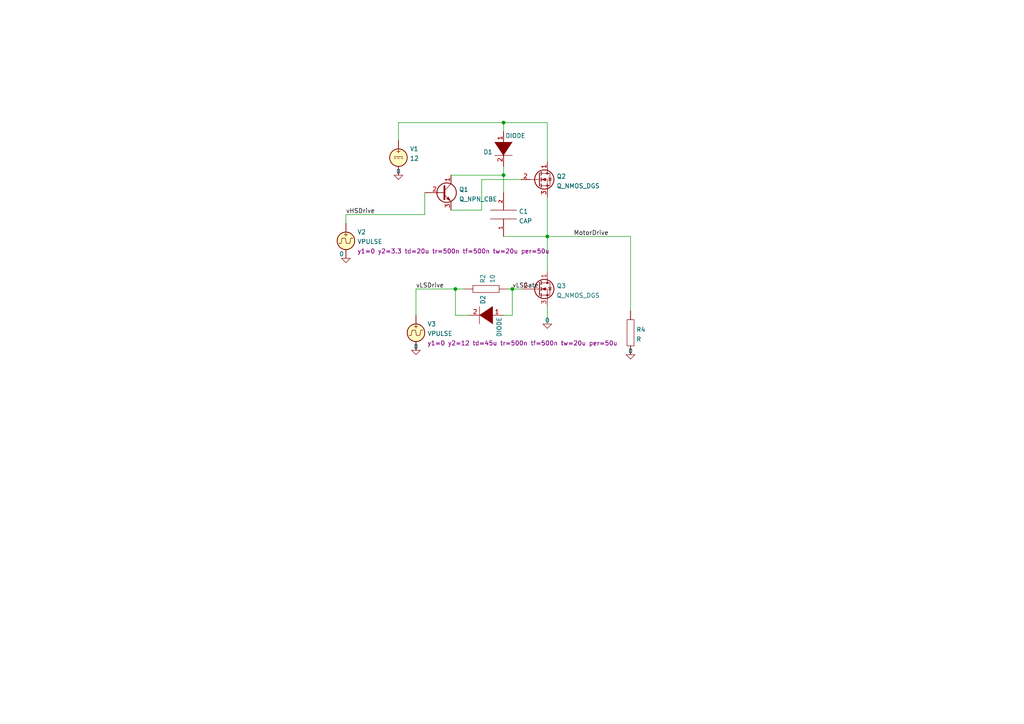
<source format=kicad_sch>
(kicad_sch (version 20211123) (generator eeschema)
  (paper "A4")
  (lib_symbols
    (symbol "Device:Q_NMOS_DGS" (pin_names (offset 0) hide)
      (property "Reference" "Q" (at 5.08 1.27 0))
      (property "Value" "Q_NMOS_DGS" (at 5.08 -1.27 0))
      (symbol "Q_NMOS_DGS_0_1"
        (polyline (pts (xy 0.254 0) (xy -2.54 0)))
        (polyline (pts (xy 0.254 1.905) (xy 0.254 -1.905)) (stroke (width 0.254)))
        (polyline (pts (xy 0.762 -1.27) (xy 0.762 -2.286)) (stroke (width 0.254)))
        (polyline (pts (xy 0.762 0.508) (xy 0.762 -0.508)) (stroke (width 0.254)))
        (polyline (pts (xy 0.762 2.286) (xy 0.762 1.27)) (stroke (width 0.254)))
        (polyline (pts (xy 2.54 2.54) (xy 2.54 1.778)))
        (polyline (pts (xy 2.54 -2.54) (xy 2.54 0) (xy 0.762 0)))
        (polyline (pts (xy 0.762 -1.778) (xy 3.302 -1.778) (xy 3.302 1.778) (xy 0.762 1.778)))
        (polyline (pts (xy 1.016 0) (xy 2.032 0.381) (xy 2.032 -0.381) (xy 1.016 0)) (fill (type outline)))
        (polyline (pts (xy 2.794 0.508) (xy 2.921 0.381) (xy 3.683 0.381) (xy 3.81 0.254)))
        (polyline (pts (xy 3.302 0.381) (xy 2.921 -0.254) (xy 3.683 -0.254) (xy 3.302 0.381)))
        (circle (center 1.651 0) (radius 2.794) (stroke (width 0.254)))
        (circle (center 2.54 -1.778) (radius 0.254) (fill (type outline)))
        (circle (center 2.54 1.778) (radius 0.254) (fill (type outline)))
      )
      (symbol "Q_NMOS_DGS_1_1"
        (pin passive line (at 2.54 5.08 270) (length 2.54) (name "D") (number "1"))
        (pin input line (at -5.08 0 0) (length 2.54) (name "G") (number "2"))
        (pin passive line (at 2.54 -5.08 90) (length 2.54) (name "S") (number "3"))
      )
    )
    (symbol "Device:Q_NPN_CBE" (pin_names (offset 0) hide)
      (property "Reference" "Q" (at 5.08 1.27 0))
      (property "Value" "Q_NPN_CBE" (at 5.08 -1.27 0))
      (symbol "Q_NPN_CBE_0_1"
        (polyline (pts (xy 0.635 0.635) (xy 2.54 2.54)))
        (polyline (pts (xy 0.635 -0.635) (xy 2.54 -2.54) (xy 2.54 -2.54)))
        (polyline (pts (xy 0.635 1.905) (xy 0.635 -1.905) (xy 0.635 -1.905)) (stroke (width 0.508)))
        (polyline (pts (xy 1.27 -1.778) (xy 1.778 -1.27) (xy 2.286 -2.286) (xy 1.27 -1.778) (xy 1.27 -1.778)) (fill (type outline)))
        (circle (center 1.27 0) (radius 2.8194) (stroke (width 0.254)))
      )
      (symbol "Q_NPN_CBE_1_1"
        (pin passive line (at 2.54 5.08 270) (length 2.54) (name "C") (number "1"))
        (pin input line (at -5.08 0 0) (length 5.715) (name "B") (number "2"))
        (pin passive line (at 2.54 -5.08 90) (length 2.54) (name "E") (number "3"))
      )
    )
    (symbol "Simulation_SPICE:VDC" (pin_numbers hide) (pin_names (offset 0.0254))
      (property "Reference" "V" (at 2.54 2.54 0))
      (property "Value" "VDC" (at 2.54 0 0))
      (property "Spice_Model" "dc(1)" (at 2.54 -2.54 0))
      (symbol "VDC_0_0"
        (polyline (pts (xy -1.27 0.254) (xy 1.27 0.254)))
        (polyline (pts (xy -0.762 -0.254) (xy -1.27 -0.254)))
        (polyline (pts (xy 0.254 -0.254) (xy -0.254 -0.254)))
        (polyline (pts (xy 1.27 -0.254) (xy 0.762 -0.254)))
        (text "+" (at 0 1.905 0) (effects (font (size 1.27 1.27))))
      )
      (symbol "VDC_0_1"
        (circle (center 0 0) (radius 2.54) (stroke (width 0.254)) (fill (type background)))
      )
      (symbol "VDC_1_1"
        (pin passive line (at 0 5.08 270) (length 2.54) (name "~") (number "1"))
        (pin passive line (at 0 -5.08 90) (length 2.54) (name "~") (number "2"))
      )
    )
    (symbol "Simulation_SPICE:VPULSE" (pin_numbers hide) (pin_names (offset 0.0254))
      (property "Reference" "V" (at 2.54 2.54 0))
      (property "Value" "VPULSE" (at 2.54 0 0))
      (property "Spice_Model" "pulse(0 1 2n 2n 2n 50n 100n)" (at 2.54 -2.54 0))
      (symbol "VPULSE_0_0"
        (polyline (pts (xy -2.032 -0.762) (xy -1.397 -0.762) (xy -1.143 0.762) (xy -0.127 0.762) (xy 0.127 -0.762) (xy 1.143 -0.762) (xy 1.397 0.762) (xy 2.032 0.762)))
        (text "+" (at 0 1.905 0) (effects (font (size 1.27 1.27))))
      )
      (symbol "VPULSE_0_1"
        (circle (center 0 0) (radius 2.54) (stroke (width 0.254)) (fill (type background)))
      )
      (symbol "VPULSE_1_1"
        (pin passive line (at 0 5.08 270) (length 2.54) (name "~") (number "1"))
        (pin passive line (at 0 -5.08 90) (length 2.54) (name "~") (number "2"))
      )
    )
    (symbol "pspice:0" (power) (pin_names (offset 0))
      (property "Value" "0" (at 0 -1.778 0))
      (symbol "0_0_1"
        (polyline (pts (xy -1.27 0) (xy 0 -1.27) (xy 1.27 0) (xy -1.27 0)))
      )
      (symbol "0_1_1"
        (pin power_in line (at 0 0 0) (length 0) hide (name "0") (number "1"))
      )
    )
    (symbol "pspice:CAP" (pin_names (offset 0.254))
      (property "Reference" "C" (at 2.54 3.81 90))
      (property "Value" "CAP" (at 2.54 -3.81 90))
      (symbol "CAP_0_1"
        (polyline (pts (xy -3.81 -1.27) (xy 3.81 -1.27)))
        (polyline (pts (xy -3.81 1.27) (xy 3.81 1.27)))
      )
      (symbol "CAP_1_1"
        (pin passive line (at 0 6.35 270) (length 5.08) (name "~") (number "1"))
        (pin passive line (at 0 -6.35 90) (length 5.08) (name "~") (number "2"))
      )
    )
    (symbol "pspice:DIODE" (pin_names (offset 1.016) hide)
      (property "Reference" "D" (at 0 3.81 0))
      (property "Value" "DIODE" (at 0 -4.445 0))
      (symbol "DIODE_0_1"
        (polyline (pts (xy 1.905 2.54) (xy 1.905 -2.54)))
        (polyline (pts (xy -1.905 2.54) (xy -1.905 -2.54) (xy 1.905 0)) (fill (type outline)))
      )
      (symbol "DIODE_1_1"
        (pin input line (at -5.08 0 0) (length 3.81) (name "K") (number "1"))
        (pin input line (at 5.08 0 180) (length 3.81) (name "A") (number "2"))
      )
    )
    (symbol "pspice:R" (pin_numbers hide) (pin_names (offset 0))
      (property "Reference" "R" (at 2.032 0 90))
      (property "Value" "R" (at 0 0 90))
      (symbol "R_0_1"
        (rectangle (start -1.016 3.81) (end 1.016 -3.81))
      )
      (symbol "R_1_1"
        (pin passive line (at 0 6.35 270) (length 2.54) (name "~") (number "1"))
        (pin passive line (at 0 -6.35 90) (length 2.54) (name "~") (number "2"))
      )
    )
  )
  (junction (at 146.05 35.56))
  (junction (at 132.08 83.82))
  (junction (at 148.59 83.82))
  (junction (at 158.75 68.58))
  (junction (at 146.05 50.8))
  (wire (pts (xy 139.7 52.07) (xy 139.7 60.96)))
  (wire (pts (xy 158.75 57.15) (xy 158.75 68.58)))
  (wire (pts (xy 115.57 35.56) (xy 115.57 40.64)))
  (wire (pts (xy 182.88 68.58) (xy 182.88 90.17)))
  (wire (pts (xy 158.75 68.58) (xy 158.75 78.74)))
  (wire (pts (xy 135.89 91.44) (xy 132.08 91.44)))
  (wire (pts (xy 158.75 35.56) (xy 158.75 46.99)))
  (wire (pts (xy 130.81 50.8) (xy 146.05 50.8)))
  (wire (pts (xy 146.05 35.56) (xy 146.05 38.1)))
  (wire (pts (xy 147.32 83.82) (xy 148.59 83.82)))
  (wire (pts (xy 148.59 83.82) (xy 151.13 83.82)))
  (wire (pts (xy 146.05 50.8) (xy 146.05 55.88)))
  (wire (pts (xy 132.08 83.82) (xy 134.62 83.82)))
  (wire (pts (xy 146.05 91.44) (xy 148.59 91.44)))
  (wire (pts (xy 123.19 62.23) (xy 123.19 55.88)))
  (wire (pts (xy 120.65 83.82) (xy 132.08 83.82)))
  (wire (pts (xy 132.08 91.44) (xy 132.08 83.82)))
  (wire (pts (xy 100.33 64.77) (xy 100.33 62.23)))
  (wire (pts (xy 146.05 35.56) (xy 158.75 35.56)))
  (wire (pts (xy 120.65 91.44) (xy 120.65 83.82)))
  (wire (pts (xy 148.59 91.44) (xy 148.59 83.82)))
  (wire (pts (xy 151.13 52.07) (xy 139.7 52.07)))
  (wire (pts (xy 130.81 60.96) (xy 139.7 60.96)))
  (wire (pts (xy 100.33 62.23) (xy 123.19 62.23)))
  (wire (pts (xy 158.75 88.9) (xy 158.75 93.98)))
  (wire (pts (xy 146.05 48.26) (xy 146.05 50.8)))
  (wire (pts (xy 182.88 68.58) (xy 158.75 68.58)))
  (wire (pts (xy 115.57 35.56) (xy 146.05 35.56)))
  (wire (pts (xy 146.05 68.58) (xy 158.75 68.58)))
  (label "MotorDrive" (at 166.37 68.58 0))
  (label "vHSDrive" (at 100.33 62.23 0))
  (label "vLSDrive" (at 120.65 83.82 0))
  (label "vLSGate" (at 148.59 83.82 0))
  (symbol (lib_id "pspice:DIODE") (at 146.05 43.18 270) (unit 1)
    (property "Reference" "D1" (at 142.875 44.0885 90) (effects (justify right)))
    (property "Value" "DIODE" (at 152.4 39.37 90) (effects (justify right)))
    (property "Spice_Primitive" "D" (effects hide))
    (property "Spice_Model" "DI_1N4934" (effects hide))
    (property "Spice_Netlist_Enabled" "Y" (effects hide))
    (property "Spice_Lib_File" "1n4934.lib" (effects hide))
  )
  (symbol (lib_id "Simulation_SPICE:VPULSE") (at 100.33 69.85 0) (unit 1)
    (property "Reference" "V2" (at 103.632 67.3046 0) (effects (justify left)))
    (property "Value" "VPULSE" (at 103.632 70.0797 0) (effects (justify left)))
    (property "Spice_Netlist_Enabled" "Y" (effects hide))
    (property "Spice_Primitive" "V" (effects hide))
    (property "Spice_Model" "pulse(0 3.3 20u 500n 500n 20u 50u)" (at 103.632 72.8548 0) (effects (justify left)))
  )
  (symbol (lib_id "Device:Q_NMOS_DGS") (at 156.21 83.82 0) (unit 1)
    (property "Reference" "Q3" (at 161.417 82.9115 0) (effects (justify left)))
    (property "Value" "Q_NMOS_DGS" (at 161.417 85.6866 0) (effects (justify left)))
    (property "Spice_Primitive" "X" (effects hide))
    (property "Spice_Model" "irf540n" (effects hide))
    (property "Spice_Netlist_Enabled" "Y" (effects hide))
    (property "Spice_Lib_File" "irf540n.lib" (effects hide))
  )
  (symbol (lib_id "pspice:R") (at 140.97 83.82 90) (unit 1)
    (property "Reference" "R2" (at 140.0615 82.169 0) (effects (justify left)))
    (property "Value" "10" (at 142.8366 82.169 0) (effects (justify left)))
    (property "Spice_Primitive" "R" (effects hide))
    (property "Spice_Model" "10" (effects hide))
    (property "Spice_Netlist_Enabled" "Y" (effects hide))
  )
  (symbol (lib_id "pspice:R") (at 182.88 96.52 0) (unit 1)
    (property "Reference" "R4" (at 184.531 95.6115 0) (effects (justify left)))
    (property "Value" "R" (at 184.531 98.3866 0) (effects (justify left)))
    (property "Spice_Primitive" "R" (effects hide))
    (property "Spice_Model" "100" (effects hide))
    (property "Spice_Netlist_Enabled" "Y" (effects hide))
  )
  (symbol (lib_id "pspice:0") (at 182.88 102.87 0) (unit 1)
    (property "Reference" "#GND06" (effects hide))
    (property "Value" "0" (at 182.88 101.8055 0))
  )
  (symbol (lib_id "pspice:0") (at 120.65 101.6 0) (unit 1)
    (property "Reference" "#GND03" (effects hide))
    (property "Value" "0" (at 120.65 100.5355 0))
  )
  (symbol (lib_id "pspice:CAP") (at 146.05 62.23 180) (unit 1)
    (property "Reference" "C1" (at 150.495 61.3215 0) (effects (justify right)))
    (property "Value" "CAP" (at 150.495 64.0966 0) (effects (justify right)))
  )
  (symbol (lib_id "pspice:0") (at 158.75 93.98 0) (unit 1)
    (property "Reference" "#GND05" (effects hide))
    (property "Value" "0" (at 158.75 92.9155 0))
  )
  (symbol (lib_id "pspice:DIODE") (at 140.97 91.44 180) (unit 1)
    (property "Reference" "D2" (at 140.0615 88.265 90) (effects (justify right)))
    (property "Value" "DIODE" (at 144.78 97.79 90) (effects (justify right)))
    (property "Spice_Primitive" "D" (effects hide))
    (property "Spice_Model" "DI_1N4934" (effects hide))
    (property "Spice_Netlist_Enabled" "Y" (effects hide))
    (property "Spice_Lib_File" "1n4934.lib" (effects hide))
  )
  (symbol (lib_id "Simulation_SPICE:VPULSE") (at 120.65 96.52 0) (unit 1)
    (property "Reference" "V3" (at 123.952 93.9746 0) (effects (justify left)))
    (property "Value" "VPULSE" (at 123.952 96.7497 0) (effects (justify left)))
    (property "Spice_Netlist_Enabled" "Y" (effects hide))
    (property "Spice_Primitive" "V" (effects hide))
    (property "Spice_Model" "pulse(0 12 45u 500n 500n 20u 50u)" (at 123.952 99.5248 0) (effects (justify left)))
  )
  (symbol (lib_id "pspice:0") (at 100.33 74.93 0) (unit 1)
    (property "Reference" "#GND02" (effects hide))
    (property "Value" "0" (at 99.06 73.66 0))
  )
  (symbol (lib_id "Simulation_SPICE:VDC") (at 115.57 45.72 0) (unit 1)
    (property "Reference" "V1" (at 118.872 43.1746 0) (effects (justify left)))
    (property "Value" "12" (at 118.872 45.9497 0) (effects (justify left)))
    (property "Spice_Netlist_Enabled" "Y" (effects hide))
    (property "Spice_Primitive" "V" (effects hide))
    (property "Spice_Model" "dc 12" (at 118.872 48.7248 0) (effects (justify left)))
  )
  (symbol (lib_id "Device:Q_NPN_CBE") (at 128.27 55.88 0) (unit 1)
    (property "Reference" "Q1" (at 133.1214 54.9715 0) (effects (justify left)))
    (property "Value" "Q_NPN_CBE" (at 133.1214 57.7466 0) (effects (justify left)))
    (property "Spice_Primitive" "Q" (effects hide))
    (property "Spice_Model" "Q2N3904" (effects hide))
    (property "Spice_Netlist_Enabled" "Y" (effects hide))
    (property "Spice_Lib_File" "2n3904.lib" (effects hide))
  )
  (symbol (lib_id "pspice:0") (at 115.57 50.8 0) (unit 1)
    (property "Reference" "#GND01" (effects hide))
    (property "Value" "0" (at 115.57 49.7355 0))
  )
  (symbol (lib_id "Device:Q_NMOS_DGS") (at 156.21 52.07 0) (unit 1)
    (property "Reference" "Q2" (at 161.417 51.1615 0) (effects (justify left)))
    (property "Value" "Q_NMOS_DGS" (at 161.417 53.9366 0) (effects (justify left)))
    (property "Spice_Primitive" "X" (effects hide))
    (property "Spice_Model" "irf540n" (effects hide))
    (property "Spice_Netlist_Enabled" "Y" (effects hide))
    (property "Spice_Lib_File" "irf540n.lib" (effects hide))
  )
)
</source>
